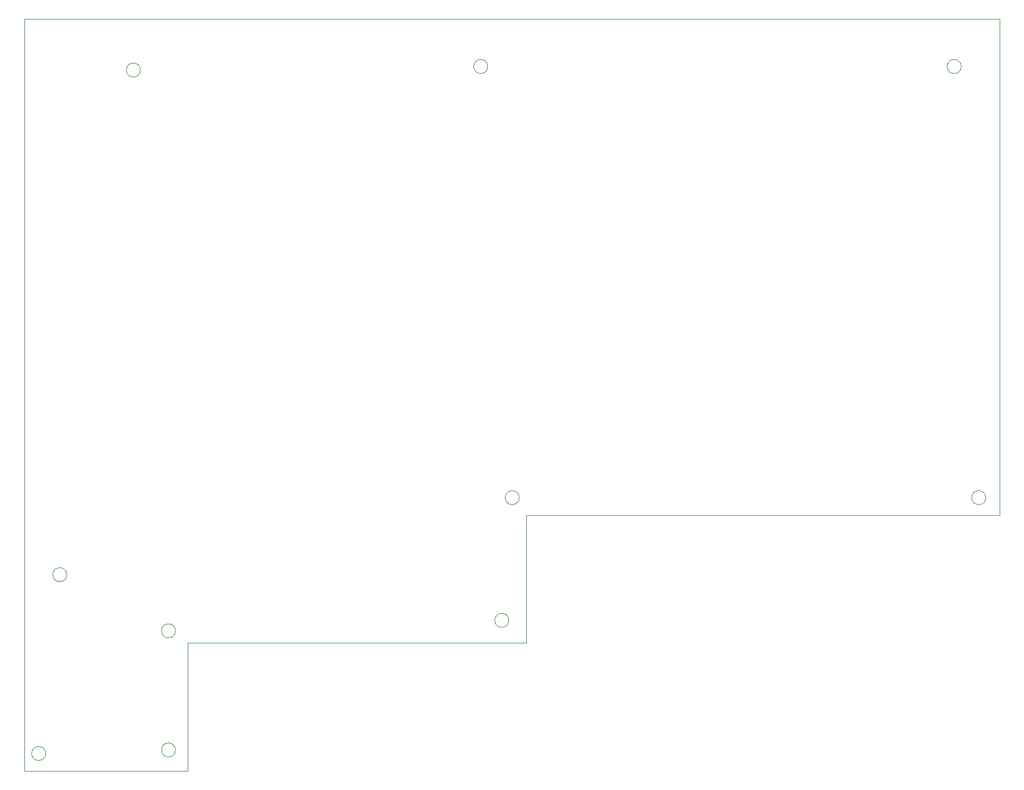
<source format=gbr>
%TF.GenerationSoftware,KiCad,Pcbnew,9.0.0*%
%TF.CreationDate,2025-03-25T03:20:05+09:00*%
%TF.ProjectId,keyboardR,6b657962-6f61-4726-9452-2e6b69636164,rev?*%
%TF.SameCoordinates,Original*%
%TF.FileFunction,Profile,NP*%
%FSLAX46Y46*%
G04 Gerber Fmt 4.6, Leading zero omitted, Abs format (unit mm)*
G04 Created by KiCad (PCBNEW 9.0.0) date 2025-03-25 03:20:05*
%MOMM*%
%LPD*%
G01*
G04 APERTURE LIST*
%TA.AperFunction,Profile*%
%ADD10C,0.050000*%
%TD*%
G04 APERTURE END LIST*
D10*
X148984762Y-115000000D02*
X148984762Y-133250000D01*
X216484762Y-46500000D02*
X216484762Y-44250000D01*
X216484762Y-115000000D02*
X148984762Y-115000000D01*
X99000000Y-148500000D02*
G75*
G02*
X97000000Y-148500000I-1000000J0D01*
G01*
X97000000Y-148500000D02*
G75*
G02*
X99000000Y-148500000I1000000J0D01*
G01*
X214500000Y-112500000D02*
G75*
G02*
X212500000Y-112500000I-1000000J0D01*
G01*
X212500000Y-112500000D02*
G75*
G02*
X214500000Y-112500000I1000000J0D01*
G01*
X216484762Y-44250000D02*
X77484762Y-44250000D01*
X77484762Y-151500000D02*
X100734762Y-151500000D01*
X148984762Y-133250000D02*
X100734762Y-133250000D01*
X100734762Y-133250000D02*
X100734762Y-151500000D01*
X83500000Y-123500000D02*
G75*
G02*
X81500000Y-123500000I-1000000J0D01*
G01*
X81500000Y-123500000D02*
G75*
G02*
X83500000Y-123500000I1000000J0D01*
G01*
X146500000Y-130000000D02*
G75*
G02*
X144500000Y-130000000I-1000000J0D01*
G01*
X144500000Y-130000000D02*
G75*
G02*
X146500000Y-130000000I1000000J0D01*
G01*
X148000000Y-112500000D02*
G75*
G02*
X146000000Y-112500000I-1000000J0D01*
G01*
X146000000Y-112500000D02*
G75*
G02*
X148000000Y-112500000I1000000J0D01*
G01*
X77484762Y-44250000D02*
X77484762Y-44500000D01*
X216484762Y-46500000D02*
X216484762Y-115000000D01*
X211000000Y-51000000D02*
G75*
G02*
X209000000Y-51000000I-1000000J0D01*
G01*
X209000000Y-51000000D02*
G75*
G02*
X211000000Y-51000000I1000000J0D01*
G01*
X80500000Y-149000000D02*
G75*
G02*
X78500000Y-149000000I-1000000J0D01*
G01*
X78500000Y-149000000D02*
G75*
G02*
X80500000Y-149000000I1000000J0D01*
G01*
X143500000Y-51000000D02*
G75*
G02*
X141500000Y-51000000I-1000000J0D01*
G01*
X141500000Y-51000000D02*
G75*
G02*
X143500000Y-51000000I1000000J0D01*
G01*
X94000000Y-51500000D02*
G75*
G02*
X92000000Y-51500000I-1000000J0D01*
G01*
X92000000Y-51500000D02*
G75*
G02*
X94000000Y-51500000I1000000J0D01*
G01*
X99000000Y-131500000D02*
G75*
G02*
X97000000Y-131500000I-1000000J0D01*
G01*
X97000000Y-131500000D02*
G75*
G02*
X99000000Y-131500000I1000000J0D01*
G01*
X77484762Y-44500000D02*
X77484762Y-151500000D01*
M02*

</source>
